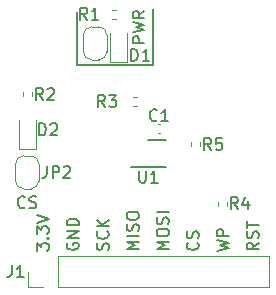
<source format=gbr>
%TF.GenerationSoftware,KiCad,Pcbnew,7.0.1*%
%TF.CreationDate,2023-04-15T14:41:49-07:00*%
%TF.ProjectId,SPI Flash Carrier,53504920-466c-4617-9368-204361727269,rev?*%
%TF.SameCoordinates,Original*%
%TF.FileFunction,Legend,Top*%
%TF.FilePolarity,Positive*%
%FSLAX46Y46*%
G04 Gerber Fmt 4.6, Leading zero omitted, Abs format (unit mm)*
G04 Created by KiCad (PCBNEW 7.0.1) date 2023-04-15 14:41:49*
%MOMM*%
%LPD*%
G01*
G04 APERTURE LIST*
%ADD10C,0.150000*%
%ADD11C,0.120000*%
G04 APERTURE END LIST*
D10*
X62900000Y-55000000D02*
X62900000Y-50250000D01*
X56500000Y-55000000D02*
X62900000Y-55000000D01*
X56500000Y-50500000D02*
X56500000Y-55000000D01*
X52059523Y-67032380D02*
X52011904Y-67080000D01*
X52011904Y-67080000D02*
X51869047Y-67127619D01*
X51869047Y-67127619D02*
X51773809Y-67127619D01*
X51773809Y-67127619D02*
X51630952Y-67080000D01*
X51630952Y-67080000D02*
X51535714Y-66984761D01*
X51535714Y-66984761D02*
X51488095Y-66889523D01*
X51488095Y-66889523D02*
X51440476Y-66699047D01*
X51440476Y-66699047D02*
X51440476Y-66556190D01*
X51440476Y-66556190D02*
X51488095Y-66365714D01*
X51488095Y-66365714D02*
X51535714Y-66270476D01*
X51535714Y-66270476D02*
X51630952Y-66175238D01*
X51630952Y-66175238D02*
X51773809Y-66127619D01*
X51773809Y-66127619D02*
X51869047Y-66127619D01*
X51869047Y-66127619D02*
X52011904Y-66175238D01*
X52011904Y-66175238D02*
X52059523Y-66222857D01*
X52440476Y-67080000D02*
X52583333Y-67127619D01*
X52583333Y-67127619D02*
X52821428Y-67127619D01*
X52821428Y-67127619D02*
X52916666Y-67080000D01*
X52916666Y-67080000D02*
X52964285Y-67032380D01*
X52964285Y-67032380D02*
X53011904Y-66937142D01*
X53011904Y-66937142D02*
X53011904Y-66841904D01*
X53011904Y-66841904D02*
X52964285Y-66746666D01*
X52964285Y-66746666D02*
X52916666Y-66699047D01*
X52916666Y-66699047D02*
X52821428Y-66651428D01*
X52821428Y-66651428D02*
X52630952Y-66603809D01*
X52630952Y-66603809D02*
X52535714Y-66556190D01*
X52535714Y-66556190D02*
X52488095Y-66508571D01*
X52488095Y-66508571D02*
X52440476Y-66413333D01*
X52440476Y-66413333D02*
X52440476Y-66318095D01*
X52440476Y-66318095D02*
X52488095Y-66222857D01*
X52488095Y-66222857D02*
X52535714Y-66175238D01*
X52535714Y-66175238D02*
X52630952Y-66127619D01*
X52630952Y-66127619D02*
X52869047Y-66127619D01*
X52869047Y-66127619D02*
X53011904Y-66175238D01*
X66661380Y-70056476D02*
X66709000Y-70104095D01*
X66709000Y-70104095D02*
X66756619Y-70246952D01*
X66756619Y-70246952D02*
X66756619Y-70342190D01*
X66756619Y-70342190D02*
X66709000Y-70485047D01*
X66709000Y-70485047D02*
X66613761Y-70580285D01*
X66613761Y-70580285D02*
X66518523Y-70627904D01*
X66518523Y-70627904D02*
X66328047Y-70675523D01*
X66328047Y-70675523D02*
X66185190Y-70675523D01*
X66185190Y-70675523D02*
X65994714Y-70627904D01*
X65994714Y-70627904D02*
X65899476Y-70580285D01*
X65899476Y-70580285D02*
X65804238Y-70485047D01*
X65804238Y-70485047D02*
X65756619Y-70342190D01*
X65756619Y-70342190D02*
X65756619Y-70246952D01*
X65756619Y-70246952D02*
X65804238Y-70104095D01*
X65804238Y-70104095D02*
X65851857Y-70056476D01*
X66709000Y-69675523D02*
X66756619Y-69532666D01*
X66756619Y-69532666D02*
X66756619Y-69294571D01*
X66756619Y-69294571D02*
X66709000Y-69199333D01*
X66709000Y-69199333D02*
X66661380Y-69151714D01*
X66661380Y-69151714D02*
X66566142Y-69104095D01*
X66566142Y-69104095D02*
X66470904Y-69104095D01*
X66470904Y-69104095D02*
X66375666Y-69151714D01*
X66375666Y-69151714D02*
X66328047Y-69199333D01*
X66328047Y-69199333D02*
X66280428Y-69294571D01*
X66280428Y-69294571D02*
X66232809Y-69485047D01*
X66232809Y-69485047D02*
X66185190Y-69580285D01*
X66185190Y-69580285D02*
X66137571Y-69627904D01*
X66137571Y-69627904D02*
X66042333Y-69675523D01*
X66042333Y-69675523D02*
X65947095Y-69675523D01*
X65947095Y-69675523D02*
X65851857Y-69627904D01*
X65851857Y-69627904D02*
X65804238Y-69580285D01*
X65804238Y-69580285D02*
X65756619Y-69485047D01*
X65756619Y-69485047D02*
X65756619Y-69246952D01*
X65756619Y-69246952D02*
X65804238Y-69104095D01*
X53056619Y-70723142D02*
X53056619Y-70104095D01*
X53056619Y-70104095D02*
X53437571Y-70437428D01*
X53437571Y-70437428D02*
X53437571Y-70294571D01*
X53437571Y-70294571D02*
X53485190Y-70199333D01*
X53485190Y-70199333D02*
X53532809Y-70151714D01*
X53532809Y-70151714D02*
X53628047Y-70104095D01*
X53628047Y-70104095D02*
X53866142Y-70104095D01*
X53866142Y-70104095D02*
X53961380Y-70151714D01*
X53961380Y-70151714D02*
X54009000Y-70199333D01*
X54009000Y-70199333D02*
X54056619Y-70294571D01*
X54056619Y-70294571D02*
X54056619Y-70580285D01*
X54056619Y-70580285D02*
X54009000Y-70675523D01*
X54009000Y-70675523D02*
X53961380Y-70723142D01*
X53961380Y-69675523D02*
X54009000Y-69627904D01*
X54009000Y-69627904D02*
X54056619Y-69675523D01*
X54056619Y-69675523D02*
X54009000Y-69723142D01*
X54009000Y-69723142D02*
X53961380Y-69675523D01*
X53961380Y-69675523D02*
X54056619Y-69675523D01*
X53056619Y-69294571D02*
X53056619Y-68675524D01*
X53056619Y-68675524D02*
X53437571Y-69008857D01*
X53437571Y-69008857D02*
X53437571Y-68866000D01*
X53437571Y-68866000D02*
X53485190Y-68770762D01*
X53485190Y-68770762D02*
X53532809Y-68723143D01*
X53532809Y-68723143D02*
X53628047Y-68675524D01*
X53628047Y-68675524D02*
X53866142Y-68675524D01*
X53866142Y-68675524D02*
X53961380Y-68723143D01*
X53961380Y-68723143D02*
X54009000Y-68770762D01*
X54009000Y-68770762D02*
X54056619Y-68866000D01*
X54056619Y-68866000D02*
X54056619Y-69151714D01*
X54056619Y-69151714D02*
X54009000Y-69246952D01*
X54009000Y-69246952D02*
X53961380Y-69294571D01*
X53056619Y-68389809D02*
X54056619Y-68056476D01*
X54056619Y-68056476D02*
X53056619Y-67723143D01*
X61676619Y-70627904D02*
X60676619Y-70627904D01*
X60676619Y-70627904D02*
X61390904Y-70294571D01*
X61390904Y-70294571D02*
X60676619Y-69961238D01*
X60676619Y-69961238D02*
X61676619Y-69961238D01*
X61676619Y-69485047D02*
X60676619Y-69485047D01*
X61629000Y-69056476D02*
X61676619Y-68913619D01*
X61676619Y-68913619D02*
X61676619Y-68675524D01*
X61676619Y-68675524D02*
X61629000Y-68580286D01*
X61629000Y-68580286D02*
X61581380Y-68532667D01*
X61581380Y-68532667D02*
X61486142Y-68485048D01*
X61486142Y-68485048D02*
X61390904Y-68485048D01*
X61390904Y-68485048D02*
X61295666Y-68532667D01*
X61295666Y-68532667D02*
X61248047Y-68580286D01*
X61248047Y-68580286D02*
X61200428Y-68675524D01*
X61200428Y-68675524D02*
X61152809Y-68866000D01*
X61152809Y-68866000D02*
X61105190Y-68961238D01*
X61105190Y-68961238D02*
X61057571Y-69008857D01*
X61057571Y-69008857D02*
X60962333Y-69056476D01*
X60962333Y-69056476D02*
X60867095Y-69056476D01*
X60867095Y-69056476D02*
X60771857Y-69008857D01*
X60771857Y-69008857D02*
X60724238Y-68961238D01*
X60724238Y-68961238D02*
X60676619Y-68866000D01*
X60676619Y-68866000D02*
X60676619Y-68627905D01*
X60676619Y-68627905D02*
X60724238Y-68485048D01*
X60676619Y-67866000D02*
X60676619Y-67675524D01*
X60676619Y-67675524D02*
X60724238Y-67580286D01*
X60724238Y-67580286D02*
X60819476Y-67485048D01*
X60819476Y-67485048D02*
X61009952Y-67437429D01*
X61009952Y-67437429D02*
X61343285Y-67437429D01*
X61343285Y-67437429D02*
X61533761Y-67485048D01*
X61533761Y-67485048D02*
X61629000Y-67580286D01*
X61629000Y-67580286D02*
X61676619Y-67675524D01*
X61676619Y-67675524D02*
X61676619Y-67866000D01*
X61676619Y-67866000D02*
X61629000Y-67961238D01*
X61629000Y-67961238D02*
X61533761Y-68056476D01*
X61533761Y-68056476D02*
X61343285Y-68104095D01*
X61343285Y-68104095D02*
X61009952Y-68104095D01*
X61009952Y-68104095D02*
X60819476Y-68056476D01*
X60819476Y-68056476D02*
X60724238Y-67961238D01*
X60724238Y-67961238D02*
X60676619Y-67866000D01*
X59089000Y-70675523D02*
X59136619Y-70532666D01*
X59136619Y-70532666D02*
X59136619Y-70294571D01*
X59136619Y-70294571D02*
X59089000Y-70199333D01*
X59089000Y-70199333D02*
X59041380Y-70151714D01*
X59041380Y-70151714D02*
X58946142Y-70104095D01*
X58946142Y-70104095D02*
X58850904Y-70104095D01*
X58850904Y-70104095D02*
X58755666Y-70151714D01*
X58755666Y-70151714D02*
X58708047Y-70199333D01*
X58708047Y-70199333D02*
X58660428Y-70294571D01*
X58660428Y-70294571D02*
X58612809Y-70485047D01*
X58612809Y-70485047D02*
X58565190Y-70580285D01*
X58565190Y-70580285D02*
X58517571Y-70627904D01*
X58517571Y-70627904D02*
X58422333Y-70675523D01*
X58422333Y-70675523D02*
X58327095Y-70675523D01*
X58327095Y-70675523D02*
X58231857Y-70627904D01*
X58231857Y-70627904D02*
X58184238Y-70580285D01*
X58184238Y-70580285D02*
X58136619Y-70485047D01*
X58136619Y-70485047D02*
X58136619Y-70246952D01*
X58136619Y-70246952D02*
X58184238Y-70104095D01*
X59041380Y-69104095D02*
X59089000Y-69151714D01*
X59089000Y-69151714D02*
X59136619Y-69294571D01*
X59136619Y-69294571D02*
X59136619Y-69389809D01*
X59136619Y-69389809D02*
X59089000Y-69532666D01*
X59089000Y-69532666D02*
X58993761Y-69627904D01*
X58993761Y-69627904D02*
X58898523Y-69675523D01*
X58898523Y-69675523D02*
X58708047Y-69723142D01*
X58708047Y-69723142D02*
X58565190Y-69723142D01*
X58565190Y-69723142D02*
X58374714Y-69675523D01*
X58374714Y-69675523D02*
X58279476Y-69627904D01*
X58279476Y-69627904D02*
X58184238Y-69532666D01*
X58184238Y-69532666D02*
X58136619Y-69389809D01*
X58136619Y-69389809D02*
X58136619Y-69294571D01*
X58136619Y-69294571D02*
X58184238Y-69151714D01*
X58184238Y-69151714D02*
X58231857Y-69104095D01*
X59136619Y-68675523D02*
X58136619Y-68675523D01*
X59136619Y-68104095D02*
X58565190Y-68532666D01*
X58136619Y-68104095D02*
X58708047Y-68675523D01*
X64216619Y-70627904D02*
X63216619Y-70627904D01*
X63216619Y-70627904D02*
X63930904Y-70294571D01*
X63930904Y-70294571D02*
X63216619Y-69961238D01*
X63216619Y-69961238D02*
X64216619Y-69961238D01*
X63216619Y-69294571D02*
X63216619Y-69104095D01*
X63216619Y-69104095D02*
X63264238Y-69008857D01*
X63264238Y-69008857D02*
X63359476Y-68913619D01*
X63359476Y-68913619D02*
X63549952Y-68866000D01*
X63549952Y-68866000D02*
X63883285Y-68866000D01*
X63883285Y-68866000D02*
X64073761Y-68913619D01*
X64073761Y-68913619D02*
X64169000Y-69008857D01*
X64169000Y-69008857D02*
X64216619Y-69104095D01*
X64216619Y-69104095D02*
X64216619Y-69294571D01*
X64216619Y-69294571D02*
X64169000Y-69389809D01*
X64169000Y-69389809D02*
X64073761Y-69485047D01*
X64073761Y-69485047D02*
X63883285Y-69532666D01*
X63883285Y-69532666D02*
X63549952Y-69532666D01*
X63549952Y-69532666D02*
X63359476Y-69485047D01*
X63359476Y-69485047D02*
X63264238Y-69389809D01*
X63264238Y-69389809D02*
X63216619Y-69294571D01*
X64169000Y-68485047D02*
X64216619Y-68342190D01*
X64216619Y-68342190D02*
X64216619Y-68104095D01*
X64216619Y-68104095D02*
X64169000Y-68008857D01*
X64169000Y-68008857D02*
X64121380Y-67961238D01*
X64121380Y-67961238D02*
X64026142Y-67913619D01*
X64026142Y-67913619D02*
X63930904Y-67913619D01*
X63930904Y-67913619D02*
X63835666Y-67961238D01*
X63835666Y-67961238D02*
X63788047Y-68008857D01*
X63788047Y-68008857D02*
X63740428Y-68104095D01*
X63740428Y-68104095D02*
X63692809Y-68294571D01*
X63692809Y-68294571D02*
X63645190Y-68389809D01*
X63645190Y-68389809D02*
X63597571Y-68437428D01*
X63597571Y-68437428D02*
X63502333Y-68485047D01*
X63502333Y-68485047D02*
X63407095Y-68485047D01*
X63407095Y-68485047D02*
X63311857Y-68437428D01*
X63311857Y-68437428D02*
X63264238Y-68389809D01*
X63264238Y-68389809D02*
X63216619Y-68294571D01*
X63216619Y-68294571D02*
X63216619Y-68056476D01*
X63216619Y-68056476D02*
X63264238Y-67913619D01*
X64216619Y-67485047D02*
X63216619Y-67485047D01*
X71836619Y-70056476D02*
X71360428Y-70389809D01*
X71836619Y-70627904D02*
X70836619Y-70627904D01*
X70836619Y-70627904D02*
X70836619Y-70246952D01*
X70836619Y-70246952D02*
X70884238Y-70151714D01*
X70884238Y-70151714D02*
X70931857Y-70104095D01*
X70931857Y-70104095D02*
X71027095Y-70056476D01*
X71027095Y-70056476D02*
X71169952Y-70056476D01*
X71169952Y-70056476D02*
X71265190Y-70104095D01*
X71265190Y-70104095D02*
X71312809Y-70151714D01*
X71312809Y-70151714D02*
X71360428Y-70246952D01*
X71360428Y-70246952D02*
X71360428Y-70627904D01*
X71789000Y-69675523D02*
X71836619Y-69532666D01*
X71836619Y-69532666D02*
X71836619Y-69294571D01*
X71836619Y-69294571D02*
X71789000Y-69199333D01*
X71789000Y-69199333D02*
X71741380Y-69151714D01*
X71741380Y-69151714D02*
X71646142Y-69104095D01*
X71646142Y-69104095D02*
X71550904Y-69104095D01*
X71550904Y-69104095D02*
X71455666Y-69151714D01*
X71455666Y-69151714D02*
X71408047Y-69199333D01*
X71408047Y-69199333D02*
X71360428Y-69294571D01*
X71360428Y-69294571D02*
X71312809Y-69485047D01*
X71312809Y-69485047D02*
X71265190Y-69580285D01*
X71265190Y-69580285D02*
X71217571Y-69627904D01*
X71217571Y-69627904D02*
X71122333Y-69675523D01*
X71122333Y-69675523D02*
X71027095Y-69675523D01*
X71027095Y-69675523D02*
X70931857Y-69627904D01*
X70931857Y-69627904D02*
X70884238Y-69580285D01*
X70884238Y-69580285D02*
X70836619Y-69485047D01*
X70836619Y-69485047D02*
X70836619Y-69246952D01*
X70836619Y-69246952D02*
X70884238Y-69104095D01*
X70836619Y-68818380D02*
X70836619Y-68246952D01*
X71836619Y-68532666D02*
X70836619Y-68532666D01*
X62177619Y-53161904D02*
X61177619Y-53161904D01*
X61177619Y-53161904D02*
X61177619Y-52780952D01*
X61177619Y-52780952D02*
X61225238Y-52685714D01*
X61225238Y-52685714D02*
X61272857Y-52638095D01*
X61272857Y-52638095D02*
X61368095Y-52590476D01*
X61368095Y-52590476D02*
X61510952Y-52590476D01*
X61510952Y-52590476D02*
X61606190Y-52638095D01*
X61606190Y-52638095D02*
X61653809Y-52685714D01*
X61653809Y-52685714D02*
X61701428Y-52780952D01*
X61701428Y-52780952D02*
X61701428Y-53161904D01*
X61177619Y-52257142D02*
X62177619Y-52019047D01*
X62177619Y-52019047D02*
X61463333Y-51828571D01*
X61463333Y-51828571D02*
X62177619Y-51638095D01*
X62177619Y-51638095D02*
X61177619Y-51400000D01*
X62177619Y-50447619D02*
X61701428Y-50780952D01*
X62177619Y-51019047D02*
X61177619Y-51019047D01*
X61177619Y-51019047D02*
X61177619Y-50638095D01*
X61177619Y-50638095D02*
X61225238Y-50542857D01*
X61225238Y-50542857D02*
X61272857Y-50495238D01*
X61272857Y-50495238D02*
X61368095Y-50447619D01*
X61368095Y-50447619D02*
X61510952Y-50447619D01*
X61510952Y-50447619D02*
X61606190Y-50495238D01*
X61606190Y-50495238D02*
X61653809Y-50542857D01*
X61653809Y-50542857D02*
X61701428Y-50638095D01*
X61701428Y-50638095D02*
X61701428Y-51019047D01*
X68296619Y-70723142D02*
X69296619Y-70485047D01*
X69296619Y-70485047D02*
X68582333Y-70294571D01*
X68582333Y-70294571D02*
X69296619Y-70104095D01*
X69296619Y-70104095D02*
X68296619Y-69866000D01*
X69296619Y-69485047D02*
X68296619Y-69485047D01*
X68296619Y-69485047D02*
X68296619Y-69104095D01*
X68296619Y-69104095D02*
X68344238Y-69008857D01*
X68344238Y-69008857D02*
X68391857Y-68961238D01*
X68391857Y-68961238D02*
X68487095Y-68913619D01*
X68487095Y-68913619D02*
X68629952Y-68913619D01*
X68629952Y-68913619D02*
X68725190Y-68961238D01*
X68725190Y-68961238D02*
X68772809Y-69008857D01*
X68772809Y-69008857D02*
X68820428Y-69104095D01*
X68820428Y-69104095D02*
X68820428Y-69485047D01*
X55644238Y-70104095D02*
X55596619Y-70199333D01*
X55596619Y-70199333D02*
X55596619Y-70342190D01*
X55596619Y-70342190D02*
X55644238Y-70485047D01*
X55644238Y-70485047D02*
X55739476Y-70580285D01*
X55739476Y-70580285D02*
X55834714Y-70627904D01*
X55834714Y-70627904D02*
X56025190Y-70675523D01*
X56025190Y-70675523D02*
X56168047Y-70675523D01*
X56168047Y-70675523D02*
X56358523Y-70627904D01*
X56358523Y-70627904D02*
X56453761Y-70580285D01*
X56453761Y-70580285D02*
X56549000Y-70485047D01*
X56549000Y-70485047D02*
X56596619Y-70342190D01*
X56596619Y-70342190D02*
X56596619Y-70246952D01*
X56596619Y-70246952D02*
X56549000Y-70104095D01*
X56549000Y-70104095D02*
X56501380Y-70056476D01*
X56501380Y-70056476D02*
X56168047Y-70056476D01*
X56168047Y-70056476D02*
X56168047Y-70246952D01*
X56596619Y-69627904D02*
X55596619Y-69627904D01*
X55596619Y-69627904D02*
X56596619Y-69056476D01*
X56596619Y-69056476D02*
X55596619Y-69056476D01*
X56596619Y-68580285D02*
X55596619Y-68580285D01*
X55596619Y-68580285D02*
X55596619Y-68342190D01*
X55596619Y-68342190D02*
X55644238Y-68199333D01*
X55644238Y-68199333D02*
X55739476Y-68104095D01*
X55739476Y-68104095D02*
X55834714Y-68056476D01*
X55834714Y-68056476D02*
X56025190Y-68008857D01*
X56025190Y-68008857D02*
X56168047Y-68008857D01*
X56168047Y-68008857D02*
X56358523Y-68056476D01*
X56358523Y-68056476D02*
X56453761Y-68104095D01*
X56453761Y-68104095D02*
X56549000Y-68199333D01*
X56549000Y-68199333D02*
X56596619Y-68342190D01*
X56596619Y-68342190D02*
X56596619Y-68580285D01*
%TO.C,J1*%
X50961666Y-71962619D02*
X50961666Y-72676904D01*
X50961666Y-72676904D02*
X50914047Y-72819761D01*
X50914047Y-72819761D02*
X50818809Y-72915000D01*
X50818809Y-72915000D02*
X50675952Y-72962619D01*
X50675952Y-72962619D02*
X50580714Y-72962619D01*
X51961666Y-72962619D02*
X51390238Y-72962619D01*
X51675952Y-72962619D02*
X51675952Y-71962619D01*
X51675952Y-71962619D02*
X51580714Y-72105476D01*
X51580714Y-72105476D02*
X51485476Y-72200714D01*
X51485476Y-72200714D02*
X51390238Y-72248333D01*
%TO.C,U1*%
X61738095Y-63962619D02*
X61738095Y-64772142D01*
X61738095Y-64772142D02*
X61785714Y-64867380D01*
X61785714Y-64867380D02*
X61833333Y-64915000D01*
X61833333Y-64915000D02*
X61928571Y-64962619D01*
X61928571Y-64962619D02*
X62119047Y-64962619D01*
X62119047Y-64962619D02*
X62214285Y-64915000D01*
X62214285Y-64915000D02*
X62261904Y-64867380D01*
X62261904Y-64867380D02*
X62309523Y-64772142D01*
X62309523Y-64772142D02*
X62309523Y-63962619D01*
X63309523Y-64962619D02*
X62738095Y-64962619D01*
X63023809Y-64962619D02*
X63023809Y-63962619D01*
X63023809Y-63962619D02*
X62928571Y-64105476D01*
X62928571Y-64105476D02*
X62833333Y-64200714D01*
X62833333Y-64200714D02*
X62738095Y-64248333D01*
%TO.C,R1*%
X57333333Y-51162619D02*
X57000000Y-50686428D01*
X56761905Y-51162619D02*
X56761905Y-50162619D01*
X56761905Y-50162619D02*
X57142857Y-50162619D01*
X57142857Y-50162619D02*
X57238095Y-50210238D01*
X57238095Y-50210238D02*
X57285714Y-50257857D01*
X57285714Y-50257857D02*
X57333333Y-50353095D01*
X57333333Y-50353095D02*
X57333333Y-50495952D01*
X57333333Y-50495952D02*
X57285714Y-50591190D01*
X57285714Y-50591190D02*
X57238095Y-50638809D01*
X57238095Y-50638809D02*
X57142857Y-50686428D01*
X57142857Y-50686428D02*
X56761905Y-50686428D01*
X58285714Y-51162619D02*
X57714286Y-51162619D01*
X58000000Y-51162619D02*
X58000000Y-50162619D01*
X58000000Y-50162619D02*
X57904762Y-50305476D01*
X57904762Y-50305476D02*
X57809524Y-50400714D01*
X57809524Y-50400714D02*
X57714286Y-50448333D01*
%TO.C,D1*%
X61061905Y-54662619D02*
X61061905Y-53662619D01*
X61061905Y-53662619D02*
X61300000Y-53662619D01*
X61300000Y-53662619D02*
X61442857Y-53710238D01*
X61442857Y-53710238D02*
X61538095Y-53805476D01*
X61538095Y-53805476D02*
X61585714Y-53900714D01*
X61585714Y-53900714D02*
X61633333Y-54091190D01*
X61633333Y-54091190D02*
X61633333Y-54234047D01*
X61633333Y-54234047D02*
X61585714Y-54424523D01*
X61585714Y-54424523D02*
X61538095Y-54519761D01*
X61538095Y-54519761D02*
X61442857Y-54615000D01*
X61442857Y-54615000D02*
X61300000Y-54662619D01*
X61300000Y-54662619D02*
X61061905Y-54662619D01*
X62585714Y-54662619D02*
X62014286Y-54662619D01*
X62300000Y-54662619D02*
X62300000Y-53662619D01*
X62300000Y-53662619D02*
X62204762Y-53805476D01*
X62204762Y-53805476D02*
X62109524Y-53900714D01*
X62109524Y-53900714D02*
X62014286Y-53948333D01*
%TO.C,R5*%
X67833333Y-62212619D02*
X67500000Y-61736428D01*
X67261905Y-62212619D02*
X67261905Y-61212619D01*
X67261905Y-61212619D02*
X67642857Y-61212619D01*
X67642857Y-61212619D02*
X67738095Y-61260238D01*
X67738095Y-61260238D02*
X67785714Y-61307857D01*
X67785714Y-61307857D02*
X67833333Y-61403095D01*
X67833333Y-61403095D02*
X67833333Y-61545952D01*
X67833333Y-61545952D02*
X67785714Y-61641190D01*
X67785714Y-61641190D02*
X67738095Y-61688809D01*
X67738095Y-61688809D02*
X67642857Y-61736428D01*
X67642857Y-61736428D02*
X67261905Y-61736428D01*
X68738095Y-61212619D02*
X68261905Y-61212619D01*
X68261905Y-61212619D02*
X68214286Y-61688809D01*
X68214286Y-61688809D02*
X68261905Y-61641190D01*
X68261905Y-61641190D02*
X68357143Y-61593571D01*
X68357143Y-61593571D02*
X68595238Y-61593571D01*
X68595238Y-61593571D02*
X68690476Y-61641190D01*
X68690476Y-61641190D02*
X68738095Y-61688809D01*
X68738095Y-61688809D02*
X68785714Y-61784047D01*
X68785714Y-61784047D02*
X68785714Y-62022142D01*
X68785714Y-62022142D02*
X68738095Y-62117380D01*
X68738095Y-62117380D02*
X68690476Y-62165000D01*
X68690476Y-62165000D02*
X68595238Y-62212619D01*
X68595238Y-62212619D02*
X68357143Y-62212619D01*
X68357143Y-62212619D02*
X68261905Y-62165000D01*
X68261905Y-62165000D02*
X68214286Y-62117380D01*
%TO.C,JP2*%
X53916666Y-63562619D02*
X53916666Y-64276904D01*
X53916666Y-64276904D02*
X53869047Y-64419761D01*
X53869047Y-64419761D02*
X53773809Y-64515000D01*
X53773809Y-64515000D02*
X53630952Y-64562619D01*
X53630952Y-64562619D02*
X53535714Y-64562619D01*
X54392857Y-64562619D02*
X54392857Y-63562619D01*
X54392857Y-63562619D02*
X54773809Y-63562619D01*
X54773809Y-63562619D02*
X54869047Y-63610238D01*
X54869047Y-63610238D02*
X54916666Y-63657857D01*
X54916666Y-63657857D02*
X54964285Y-63753095D01*
X54964285Y-63753095D02*
X54964285Y-63895952D01*
X54964285Y-63895952D02*
X54916666Y-63991190D01*
X54916666Y-63991190D02*
X54869047Y-64038809D01*
X54869047Y-64038809D02*
X54773809Y-64086428D01*
X54773809Y-64086428D02*
X54392857Y-64086428D01*
X55345238Y-63657857D02*
X55392857Y-63610238D01*
X55392857Y-63610238D02*
X55488095Y-63562619D01*
X55488095Y-63562619D02*
X55726190Y-63562619D01*
X55726190Y-63562619D02*
X55821428Y-63610238D01*
X55821428Y-63610238D02*
X55869047Y-63657857D01*
X55869047Y-63657857D02*
X55916666Y-63753095D01*
X55916666Y-63753095D02*
X55916666Y-63848333D01*
X55916666Y-63848333D02*
X55869047Y-63991190D01*
X55869047Y-63991190D02*
X55297619Y-64562619D01*
X55297619Y-64562619D02*
X55916666Y-64562619D01*
%TO.C,C1*%
X63233333Y-59667380D02*
X63185714Y-59715000D01*
X63185714Y-59715000D02*
X63042857Y-59762619D01*
X63042857Y-59762619D02*
X62947619Y-59762619D01*
X62947619Y-59762619D02*
X62804762Y-59715000D01*
X62804762Y-59715000D02*
X62709524Y-59619761D01*
X62709524Y-59619761D02*
X62661905Y-59524523D01*
X62661905Y-59524523D02*
X62614286Y-59334047D01*
X62614286Y-59334047D02*
X62614286Y-59191190D01*
X62614286Y-59191190D02*
X62661905Y-59000714D01*
X62661905Y-59000714D02*
X62709524Y-58905476D01*
X62709524Y-58905476D02*
X62804762Y-58810238D01*
X62804762Y-58810238D02*
X62947619Y-58762619D01*
X62947619Y-58762619D02*
X63042857Y-58762619D01*
X63042857Y-58762619D02*
X63185714Y-58810238D01*
X63185714Y-58810238D02*
X63233333Y-58857857D01*
X64185714Y-59762619D02*
X63614286Y-59762619D01*
X63900000Y-59762619D02*
X63900000Y-58762619D01*
X63900000Y-58762619D02*
X63804762Y-58905476D01*
X63804762Y-58905476D02*
X63709524Y-59000714D01*
X63709524Y-59000714D02*
X63614286Y-59048333D01*
%TO.C,R2*%
X53583333Y-57962619D02*
X53250000Y-57486428D01*
X53011905Y-57962619D02*
X53011905Y-56962619D01*
X53011905Y-56962619D02*
X53392857Y-56962619D01*
X53392857Y-56962619D02*
X53488095Y-57010238D01*
X53488095Y-57010238D02*
X53535714Y-57057857D01*
X53535714Y-57057857D02*
X53583333Y-57153095D01*
X53583333Y-57153095D02*
X53583333Y-57295952D01*
X53583333Y-57295952D02*
X53535714Y-57391190D01*
X53535714Y-57391190D02*
X53488095Y-57438809D01*
X53488095Y-57438809D02*
X53392857Y-57486428D01*
X53392857Y-57486428D02*
X53011905Y-57486428D01*
X53964286Y-57057857D02*
X54011905Y-57010238D01*
X54011905Y-57010238D02*
X54107143Y-56962619D01*
X54107143Y-56962619D02*
X54345238Y-56962619D01*
X54345238Y-56962619D02*
X54440476Y-57010238D01*
X54440476Y-57010238D02*
X54488095Y-57057857D01*
X54488095Y-57057857D02*
X54535714Y-57153095D01*
X54535714Y-57153095D02*
X54535714Y-57248333D01*
X54535714Y-57248333D02*
X54488095Y-57391190D01*
X54488095Y-57391190D02*
X53916667Y-57962619D01*
X53916667Y-57962619D02*
X54535714Y-57962619D01*
%TO.C,R3*%
X58833333Y-58562619D02*
X58500000Y-58086428D01*
X58261905Y-58562619D02*
X58261905Y-57562619D01*
X58261905Y-57562619D02*
X58642857Y-57562619D01*
X58642857Y-57562619D02*
X58738095Y-57610238D01*
X58738095Y-57610238D02*
X58785714Y-57657857D01*
X58785714Y-57657857D02*
X58833333Y-57753095D01*
X58833333Y-57753095D02*
X58833333Y-57895952D01*
X58833333Y-57895952D02*
X58785714Y-57991190D01*
X58785714Y-57991190D02*
X58738095Y-58038809D01*
X58738095Y-58038809D02*
X58642857Y-58086428D01*
X58642857Y-58086428D02*
X58261905Y-58086428D01*
X59166667Y-57562619D02*
X59785714Y-57562619D01*
X59785714Y-57562619D02*
X59452381Y-57943571D01*
X59452381Y-57943571D02*
X59595238Y-57943571D01*
X59595238Y-57943571D02*
X59690476Y-57991190D01*
X59690476Y-57991190D02*
X59738095Y-58038809D01*
X59738095Y-58038809D02*
X59785714Y-58134047D01*
X59785714Y-58134047D02*
X59785714Y-58372142D01*
X59785714Y-58372142D02*
X59738095Y-58467380D01*
X59738095Y-58467380D02*
X59690476Y-58515000D01*
X59690476Y-58515000D02*
X59595238Y-58562619D01*
X59595238Y-58562619D02*
X59309524Y-58562619D01*
X59309524Y-58562619D02*
X59214286Y-58515000D01*
X59214286Y-58515000D02*
X59166667Y-58467380D01*
%TO.C,D2*%
X53261905Y-60962619D02*
X53261905Y-59962619D01*
X53261905Y-59962619D02*
X53500000Y-59962619D01*
X53500000Y-59962619D02*
X53642857Y-60010238D01*
X53642857Y-60010238D02*
X53738095Y-60105476D01*
X53738095Y-60105476D02*
X53785714Y-60200714D01*
X53785714Y-60200714D02*
X53833333Y-60391190D01*
X53833333Y-60391190D02*
X53833333Y-60534047D01*
X53833333Y-60534047D02*
X53785714Y-60724523D01*
X53785714Y-60724523D02*
X53738095Y-60819761D01*
X53738095Y-60819761D02*
X53642857Y-60915000D01*
X53642857Y-60915000D02*
X53500000Y-60962619D01*
X53500000Y-60962619D02*
X53261905Y-60962619D01*
X54214286Y-60057857D02*
X54261905Y-60010238D01*
X54261905Y-60010238D02*
X54357143Y-59962619D01*
X54357143Y-59962619D02*
X54595238Y-59962619D01*
X54595238Y-59962619D02*
X54690476Y-60010238D01*
X54690476Y-60010238D02*
X54738095Y-60057857D01*
X54738095Y-60057857D02*
X54785714Y-60153095D01*
X54785714Y-60153095D02*
X54785714Y-60248333D01*
X54785714Y-60248333D02*
X54738095Y-60391190D01*
X54738095Y-60391190D02*
X54166667Y-60962619D01*
X54166667Y-60962619D02*
X54785714Y-60962619D01*
%TO.C,R4*%
X70083333Y-67212619D02*
X69750000Y-66736428D01*
X69511905Y-67212619D02*
X69511905Y-66212619D01*
X69511905Y-66212619D02*
X69892857Y-66212619D01*
X69892857Y-66212619D02*
X69988095Y-66260238D01*
X69988095Y-66260238D02*
X70035714Y-66307857D01*
X70035714Y-66307857D02*
X70083333Y-66403095D01*
X70083333Y-66403095D02*
X70083333Y-66545952D01*
X70083333Y-66545952D02*
X70035714Y-66641190D01*
X70035714Y-66641190D02*
X69988095Y-66688809D01*
X69988095Y-66688809D02*
X69892857Y-66736428D01*
X69892857Y-66736428D02*
X69511905Y-66736428D01*
X70940476Y-66545952D02*
X70940476Y-67212619D01*
X70702381Y-66165000D02*
X70464286Y-66879285D01*
X70464286Y-66879285D02*
X71083333Y-66879285D01*
D11*
%TO.C,JP1*%
X57700000Y-51775000D02*
X58300000Y-51775000D01*
X59000000Y-52475000D02*
X59000000Y-53875000D01*
X57000000Y-53875000D02*
X57000000Y-52475000D01*
X58300000Y-54575000D02*
X57700000Y-54575000D01*
X59000000Y-52475000D02*
G75*
G03*
X58300000Y-51775000I-699999J1D01*
G01*
X57700000Y-51775000D02*
G75*
G03*
X57000000Y-52475000I-1J-699999D01*
G01*
X58300000Y-54575000D02*
G75*
G03*
X59000000Y-53875000I0J700000D01*
G01*
X57000000Y-53875000D02*
G75*
G03*
X57700000Y-54575000I700000J0D01*
G01*
%TO.C,J1*%
X52295000Y-73830000D02*
X52295000Y-72500000D01*
X53625000Y-73830000D02*
X52295000Y-73830000D01*
X54895000Y-73830000D02*
X72735000Y-73830000D01*
X54895000Y-73830000D02*
X54895000Y-71170000D01*
X72735000Y-73830000D02*
X72735000Y-71170000D01*
X54895000Y-71170000D02*
X72735000Y-71170000D01*
D10*
%TO.C,U1*%
X61000000Y-63625000D02*
X64000000Y-63625000D01*
X62500000Y-61375000D02*
X64000000Y-61375000D01*
D11*
%TO.C,R1*%
X59432379Y-50320000D02*
X59767621Y-50320000D01*
X59432379Y-51080000D02*
X59767621Y-51080000D01*
%TO.C,D1*%
X59265000Y-54785000D02*
X60735000Y-54785000D01*
X60735000Y-54785000D02*
X60735000Y-52325000D01*
X59265000Y-52325000D02*
X59265000Y-54785000D01*
%TO.C,R5*%
X66880000Y-61532379D02*
X66880000Y-61867621D01*
X66120000Y-61532379D02*
X66120000Y-61867621D01*
%TO.C,JP2*%
X52550000Y-65500000D02*
X51950000Y-65500000D01*
X51250000Y-64800000D02*
X51250000Y-63400000D01*
X53250000Y-63400000D02*
X53250000Y-64800000D01*
X51950000Y-62700000D02*
X52550000Y-62700000D01*
X51250000Y-64800000D02*
G75*
G03*
X51950000Y-65500000I699999J-1D01*
G01*
X52550000Y-65500000D02*
G75*
G03*
X53250000Y-64800000I1J699999D01*
G01*
X51950000Y-62700000D02*
G75*
G03*
X51250000Y-63400000I0J-700000D01*
G01*
X53250000Y-63400000D02*
G75*
G03*
X52550000Y-62700000I-700000J0D01*
G01*
%TO.C,C1*%
X63515835Y-60760000D02*
X63284165Y-60760000D01*
X63515835Y-60040000D02*
X63284165Y-60040000D01*
%TO.C,R2*%
X52630000Y-57332379D02*
X52630000Y-57667621D01*
X51870000Y-57332379D02*
X51870000Y-57667621D01*
%TO.C,R3*%
X61567621Y-58480000D02*
X61232379Y-58480000D01*
X61567621Y-57720000D02*
X61232379Y-57720000D01*
%TO.C,D2*%
X51515000Y-62160000D02*
X52985000Y-62160000D01*
X52985000Y-62160000D02*
X52985000Y-59700000D01*
X51515000Y-59700000D02*
X51515000Y-62160000D01*
%TO.C,R4*%
X69130000Y-66582379D02*
X69130000Y-66917621D01*
X68370000Y-66582379D02*
X68370000Y-66917621D01*
%TD*%
M02*

</source>
